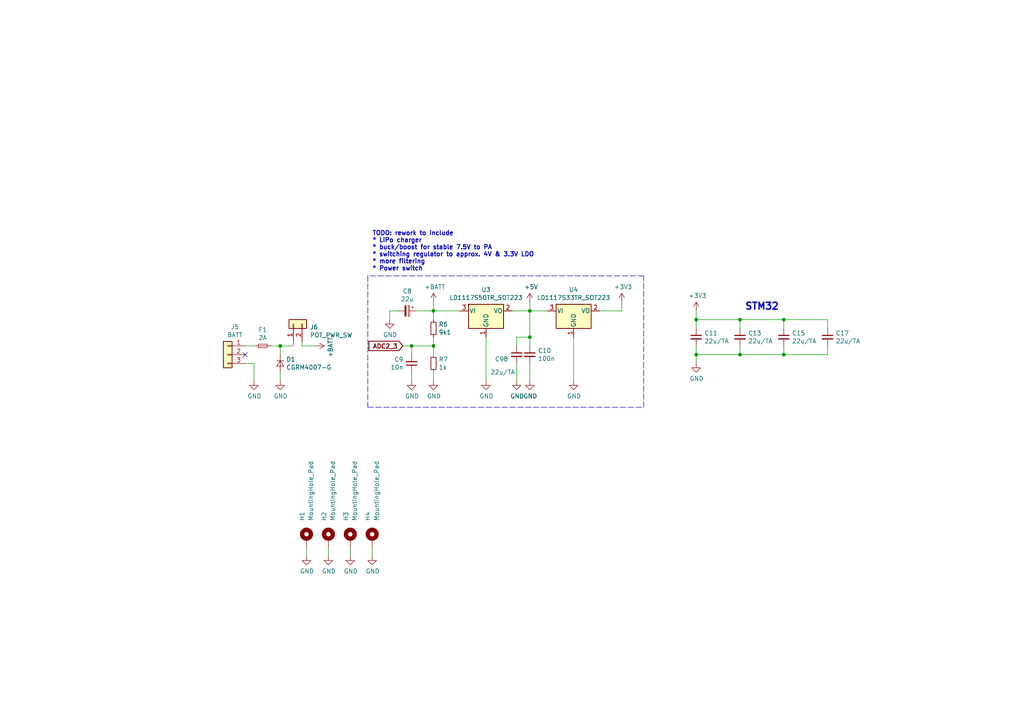
<source format=kicad_sch>
(kicad_sch (version 20211123) (generator eeschema)
  (paper "A4")
  (title_block (title "Power Supply") (comment 3 "Author: DB9MAT Mathis, SO3ALG Nikoloz, SP5WWP Wojciech") (comment 4 "TR-9 Open Source Digital Radio"))
  (lib_symbols
    (symbol "Mainboard-rescue:CP_Small-device" (pin_numbers hide) (pin_names (offset 0.254) hide)
      (property "Reference" "C" (at 0.254 1.778 0))
      (property "Value" "CP_Small-device" (at 0.254 -2.032 0))
      (symbol "CP_Small-device_0_1"
        (rectangle (start -1.524 -0.3048) (end 1.524 -0.6858) (fill (type outline)))
        (rectangle (start -1.524 0.6858) (end 1.524 0.3048))
        (polyline (pts (xy -1.27 1.524) (xy -0.762 1.524)))
        (polyline (pts (xy -1.016 1.27) (xy -1.016 1.778)))
      )
      (symbol "CP_Small-device_1_1"
        (pin passive line (at 0 2.54 270) (length 1.8542) (name "~") (number "1"))
        (pin passive line (at 0 -2.54 90) (length 1.8542) (name "~") (number "2"))
      )
    )
    (symbol "Mainboard-rescue:C_Small-device" (pin_numbers hide) (pin_names (offset 0.254) hide)
      (property "Reference" "C" (at 0.254 1.778 0))
      (property "Value" "C_Small-device" (at 0.254 -2.032 0))
      (symbol "C_Small-device_0_1"
        (polyline (pts (xy -1.524 -0.508) (xy 1.524 -0.508)) (stroke (width 0.3302)))
        (polyline (pts (xy -1.524 0.508) (xy 1.524 0.508)) (stroke (width 0.3048)))
      )
      (symbol "C_Small-device_1_1"
        (pin passive line (at 0 2.54 270) (length 2.032) (name "~") (number "1"))
        (pin passive line (at 0 -2.54 90) (length 2.032) (name "~") (number "2"))
      )
    )
    (symbol "Mainboard-rescue:Conn_01x02-Connector_Generic" (pin_names (offset 1.016) hide)
      (property "Reference" "J" (at 0 2.54 0))
      (property "Value" "Conn_01x02-Connector_Generic" (at 0 -5.08 0))
      (symbol "Conn_01x02-Connector_Generic_1_1"
        (rectangle (start -1.27 -2.413) (end 0 -2.667) (stroke (width 0.1524)))
        (rectangle (start -1.27 0.127) (end 0 -0.127) (stroke (width 0.1524)))
        (rectangle (start -1.27 1.27) (end 1.27 -3.81) (stroke (width 0.254)) (fill (type background)))
        (pin passive line (at -5.08 0 0) (length 3.81) (name "Pin_1") (number "1"))
        (pin passive line (at -5.08 -2.54 0) (length 3.81) (name "Pin_2") (number "2"))
      )
    )
    (symbol "Mainboard-rescue:Conn_01x03-conn" (pin_names (offset 1.016) hide)
      (property "Reference" "J" (at 0 5.08 0))
      (property "Value" "Conn_01x03-conn" (at 0 -5.08 0))
      (symbol "Conn_01x03-conn_1_1"
        (rectangle (start -1.27 -2.413) (end 0 -2.667) (stroke (width 0.1524)))
        (rectangle (start -1.27 0.127) (end 0 -0.127) (stroke (width 0.1524)))
        (rectangle (start -1.27 2.667) (end 0 2.413) (stroke (width 0.1524)))
        (rectangle (start -1.27 3.81) (end 1.27 -3.81) (stroke (width 0.254)) (fill (type background)))
        (pin passive line (at -5.08 2.54 0) (length 3.81) (name "Pin_1") (number "1"))
        (pin passive line (at -5.08 0 0) (length 3.81) (name "Pin_2") (number "2"))
        (pin passive line (at -5.08 -2.54 0) (length 3.81) (name "Pin_3") (number "3"))
      )
    )
    (symbol "Mainboard-rescue:D_Small-device" (pin_numbers hide) (pin_names (offset 0.254) hide)
      (property "Reference" "D" (at -1.27 2.032 0))
      (property "Value" "D_Small-device" (at -3.81 -2.032 0))
      (symbol "D_Small-device_0_1"
        (polyline (pts (xy -0.762 -1.016) (xy -0.762 1.016)))
        (polyline (pts (xy -0.762 0) (xy 0.762 0)))
        (polyline (pts (xy 0.762 -1.016) (xy -0.762 0) (xy 0.762 1.016) (xy 0.762 -1.016)))
      )
      (symbol "D_Small-device_1_1"
        (pin passive line (at -2.54 0 0) (length 1.778) (name "K") (number "1"))
        (pin passive line (at 2.54 0 180) (length 1.778) (name "A") (number "2"))
      )
    )
    (symbol "Mainboard-rescue:Fuse_Small-device" (pin_numbers hide) (pin_names (offset 0.254) hide)
      (property "Reference" "F" (at 0 -1.524 0))
      (property "Value" "Fuse_Small-device" (at 0 1.524 0))
      (symbol "Fuse_Small-device_0_1"
        (rectangle (start -1.27 0.508) (end 1.27 -0.508))
        (polyline (pts (xy -1.27 0) (xy 1.27 0)))
      )
      (symbol "Fuse_Small-device_1_1"
        (pin passive line (at -2.54 0 0) (length 1.27) (name "~") (number "1"))
        (pin passive line (at 2.54 0 180) (length 1.27) (name "~") (number "2"))
      )
    )
    (symbol "Mainboard-rescue:LD1117S33TR_SOT223-regul" (pin_names (offset 0.254))
      (property "Reference" "U" (at -3.81 3.175 0))
      (property "Value" "LD1117S33TR_SOT223-regul" (at 0 3.175 0))
      (symbol "LD1117S33TR_SOT223-regul_0_1"
        (rectangle (start -5.08 -5.08) (end 5.08 1.905) (stroke (width 0.254)) (fill (type background)))
      )
      (symbol "LD1117S33TR_SOT223-regul_1_1"
        (pin power_in line (at 0 -7.62 90) (length 2.54) (name "GND") (number "1"))
        (pin passive line (at 7.62 0 180) (length 2.54) (name "VO") (number "2"))
        (pin power_in line (at -7.62 0 0) (length 2.54) (name "VI") (number "3"))
      )
    )
    (symbol "Mainboard-rescue:LD1117S50TR_SOT223-regul" (pin_names (offset 0.254))
      (property "Reference" "U" (at -3.81 3.175 0))
      (property "Value" "LD1117S50TR_SOT223-regul" (at 0 3.175 0))
      (symbol "LD1117S50TR_SOT223-regul_0_1"
        (rectangle (start -5.08 -5.08) (end 5.08 1.905) (stroke (width 0.254)) (fill (type background)))
      )
      (symbol "LD1117S50TR_SOT223-regul_1_1"
        (pin power_in line (at 0 -7.62 90) (length 2.54) (name "GND") (number "1"))
        (pin passive line (at 7.62 0 180) (length 2.54) (name "VO") (number "2"))
        (pin power_in line (at -7.62 0 0) (length 2.54) (name "VI") (number "3"))
      )
    )
    (symbol "Mainboard-rescue:MountingHole_Pad-mechanical" (pin_numbers hide) (pin_names (offset 1.016) hide)
      (property "Reference" "H" (at 0 6.35 0))
      (property "Value" "MountingHole_Pad-mechanical" (at 0 4.445 0))
      (symbol "MountingHole_Pad-mechanical_0_1"
        (circle (center 0 1.27) (radius 1.27) (stroke (width 1.27)))
      )
      (symbol "MountingHole_Pad-mechanical_1_1"
        (pin input line (at 0 -2.54 90) (length 2.54) (name "1") (number "1"))
      )
    )
    (symbol "Mainboard-rescue:R_Small-device" (pin_numbers hide) (pin_names (offset 0.254) hide)
      (property "Reference" "R" (at 0.762 0.508 0))
      (property "Value" "R_Small-device" (at 0.762 -1.016 0))
      (symbol "R_Small-device_0_1"
        (rectangle (start -0.762 1.778) (end 0.762 -1.778) (stroke (width 0.2032)))
      )
      (symbol "R_Small-device_1_1"
        (pin passive line (at 0 2.54 270) (length 0.762) (name "~") (number "1"))
        (pin passive line (at 0 -2.54 90) (length 0.762) (name "~") (number "2"))
      )
    )
    (symbol "power:+3V3" (power) (pin_names (offset 0))
      (property "Value" "+3V3" (at 0 3.556 0))
      (symbol "+3V3_0_1"
        (polyline (pts (xy -0.762 1.27) (xy 0 2.54)))
        (polyline (pts (xy 0 0) (xy 0 2.54)))
        (polyline (pts (xy 0 2.54) (xy 0.762 1.27)))
      )
      (symbol "+3V3_1_1"
        (pin power_in line (at 0 0 90) (length 0) hide (name "+3V3") (number "1"))
      )
    )
    (symbol "power:+5V" (power) (pin_names (offset 0))
      (property "Value" "+5V" (at 0 3.556 0))
      (symbol "+5V_0_1"
        (polyline (pts (xy -0.762 1.27) (xy 0 2.54)))
        (polyline (pts (xy 0 0) (xy 0 2.54)))
        (polyline (pts (xy 0 2.54) (xy 0.762 1.27)))
      )
      (symbol "+5V_1_1"
        (pin power_in line (at 0 0 90) (length 0) hide (name "+5V") (number "1"))
      )
    )
    (symbol "power:+BATT" (power) (pin_names (offset 0))
      (property "Value" "+BATT" (at 0 3.556 0))
      (symbol "+BATT_0_1"
        (polyline (pts (xy -0.762 1.27) (xy 0 2.54)))
        (polyline (pts (xy 0 0) (xy 0 2.54)))
        (polyline (pts (xy 0 2.54) (xy 0.762 1.27)))
      )
      (symbol "+BATT_1_1"
        (pin power_in line (at 0 0 90) (length 0) hide (name "+BATT") (number "1"))
      )
    )
    (symbol "power:GND" (power) (pin_names (offset 0))
      (property "Value" "GND" (at 0 -3.81 0))
      (symbol "GND_0_1"
        (polyline (pts (xy 0 0) (xy 0 -1.27) (xy 1.27 -1.27) (xy 0 -2.54) (xy -1.27 -1.27) (xy 0 -1.27)))
      )
      (symbol "GND_1_1"
        (pin power_in line (at 0 0 270) (length 0) hide (name "GND") (number "1"))
      )
    )
  )
  (junction (at 214.63 102.87))
  (junction (at 119.38 100.33))
  (junction (at 214.63 92.71))
  (junction (at 125.73 90.17))
  (junction (at 153.67 90.17))
  (junction (at 227.33 92.71))
  (junction (at 125.73 100.33))
  (junction (at 201.93 92.71))
  (junction (at 227.33 102.87))
  (junction (at 153.67 97.79))
  (junction (at 201.93 102.87))
  (junction (at 81.28 100.33))
  (no_connect (at 71.12 102.87))
  (wire (pts (xy 125.73 100.33) (xy 119.38 100.33)))
  (wire (pts (xy 173.99 90.17) (xy 180.34 90.17)))
  (wire (pts (xy 214.63 92.71) (xy 214.63 95.25)))
  (wire (pts (xy 201.93 90.17) (xy 201.93 92.71)))
  (wire (pts (xy 227.33 92.71) (xy 227.33 95.25)))
  (wire (pts (xy 149.86 100.33) (xy 149.86 97.79)))
  (wire (pts (xy 125.73 100.33) (xy 125.73 102.87)))
  (wire (pts (xy 149.86 110.49) (xy 149.86 105.41)))
  (wire (pts (xy 71.12 100.33) (xy 73.66 100.33)))
  (wire (pts (xy 201.93 102.87) (xy 214.63 102.87)))
  (wire (pts (xy 153.67 97.79) (xy 153.67 100.33)))
  (wire (pts (xy 153.67 105.41) (xy 153.67 110.49)))
  (wire (pts (xy 180.34 90.17) (xy 180.34 87.63)))
  (wire (pts (xy 125.73 107.95) (xy 125.73 110.49)))
  (wire (pts (xy 125.73 87.63) (xy 125.73 90.17)))
  (wire (pts (xy 201.93 92.71) (xy 214.63 92.71)))
  (wire (pts (xy 214.63 92.71) (xy 227.33 92.71)))
  (wire (pts (xy 227.33 92.71) (xy 240.03 92.71)))
  (wire (pts (xy 148.59 90.17) (xy 153.67 90.17)))
  (wire (pts (xy 71.12 105.41) (xy 73.66 105.41)))
  (wire (pts (xy 101.6 158.75) (xy 101.6 161.29)))
  (wire (pts (xy 201.93 92.71) (xy 201.93 95.25)))
  (wire (pts (xy 153.67 90.17) (xy 153.67 87.63)))
  (wire (pts (xy 125.73 90.17) (xy 133.35 90.17)))
  (wire (pts (xy 214.63 102.87) (xy 227.33 102.87)))
  (wire (pts (xy 140.97 97.79) (xy 140.97 110.49)))
  (wire (pts (xy 227.33 102.87) (xy 240.03 102.87)))
  (wire (pts (xy 107.95 158.75) (xy 107.95 161.29)))
  (wire (pts (xy 201.93 102.87) (xy 201.93 105.41)))
  (wire (pts (xy 87.63 100.33) (xy 91.44 100.33)))
  (wire (pts (xy 81.28 100.33) (xy 81.28 102.87)))
  (wire (pts (xy 240.03 92.71) (xy 240.03 95.25)))
  (wire (pts (xy 125.73 90.17) (xy 125.73 92.71)))
  (wire (pts (xy 153.67 90.17) (xy 153.67 97.79)))
  (wire (pts (xy 119.38 100.33) (xy 119.38 102.87)))
  (wire (pts (xy 88.9 158.75) (xy 88.9 161.29)))
  (wire (pts (xy 119.38 107.95) (xy 119.38 110.49)))
  (wire (pts (xy 227.33 102.87) (xy 227.33 100.33)))
  (wire (pts (xy 201.93 100.33) (xy 201.93 102.87)))
  (wire (pts (xy 149.86 97.79) (xy 153.67 97.79)))
  (wire (pts (xy 87.63 100.33) (xy 87.63 99.06)))
  (polyline (pts (xy 186.69 118.11) (xy 186.69 80.01)))
  (wire (pts (xy 119.38 100.33) (xy 116.84 100.33)))
  (wire (pts (xy 153.67 90.17) (xy 158.75 90.17)))
  (wire (pts (xy 166.37 97.79) (xy 166.37 110.49)))
  (wire (pts (xy 73.66 105.41) (xy 73.66 110.49)))
  (wire (pts (xy 125.73 97.79) (xy 125.73 100.33)))
  (polyline (pts (xy 186.69 80.01) (xy 106.68 80.01)))
  (wire (pts (xy 95.25 158.75) (xy 95.25 161.29)))
  (wire (pts (xy 113.03 90.17) (xy 113.03 92.71)))
  (wire (pts (xy 78.74 100.33) (xy 81.28 100.33)))
  (polyline (pts (xy 106.68 80.01) (xy 106.68 118.11)))
  (wire (pts (xy 81.28 107.95) (xy 81.28 110.49)))
  (wire (pts (xy 115.57 90.17) (xy 113.03 90.17)))
  (wire (pts (xy 81.28 100.33) (xy 85.09 100.33)))
  (wire (pts (xy 214.63 102.87) (xy 214.63 100.33)))
  (wire (pts (xy 85.09 100.33) (xy 85.09 99.06)))
  (polyline (pts (xy 106.68 118.11) (xy 186.69 118.11)))
  (wire (pts (xy 120.65 90.17) (xy 125.73 90.17)))
  (wire (pts (xy 240.03 102.87) (xy 240.03 100.33)))
  (text "STM32" (at 226.06 90.17 180) (effects (font (size 2.0066 2.0066) (thickness 0.4013) bold) (justify right bottom)))
  (text "TODO: rework to include\n* LiPo charger\n* buck/boost for stable 7.5V to PA\n* switching regulator to approx. 4V & 3.3V LDO\n* more filtering\n* Power switch" (at 107.95 78.74 0) (effects (font (size 1.27 1.27) (thickness 0.254) bold) (justify left bottom)))
  (global_label "ADC2_3" (shape input) (at 116.84 100.33 180) (effects (font (thickness 0.254) bold)) (property "Intersheet References" "${INTERSHEET_REFS}" (effects hide)))
  (symbol (lib_id "Mainboard-rescue:Conn_01x03-conn") (at 66.04 102.87 0) (mirror y) (unit 1)
    (property "Reference" "J5" (at 68.1228 94.8182 0))
    (property "Value" "BATT" (at 68.1228 97.1296 0))
    (property "Footprint" "Connector_PinHeader_1.27mm:PinHeader_1x03_P1.27mm_Vertical" (effects hide))
  )
  (symbol (lib_id "Mainboard-rescue:Fuse_Small-device") (at 76.2 100.33 0) (unit 1)
    (property "Reference" "F1" (at 76.2 95.631 0))
    (property "Value" "2A" (at 76.2 97.9424 0))
    (property "Footprint" "Fuse:Fuse_1812_4532Metric" (effects hide))
  )
  (symbol (lib_id "power:+BATT") (at 91.44 100.33 270) (unit 1)
    (property "Reference" "#PWR037" (effects hide))
    (property "Value" "+BATT" (at 95.8342 100.711 0))
  )
  (symbol (lib_id "Mainboard-rescue:D_Small-device") (at 81.28 105.41 270) (unit 1)
    (property "Reference" "D1" (at 83.0072 104.2416 90) (effects (justify left)))
    (property "Value" "CGRM4007-G" (at 83.0072 106.553 90) (effects (justify left)))
    (property "Footprint" "Diode_SMD:D_SOD-123" (effects hide))
  )
  (symbol (lib_id "power:GND") (at 81.28 110.49 0) (unit 1)
    (property "Reference" "#PWR035" (effects hide))
    (property "Value" "GND" (at 81.407 114.8842 0))
  )
  (symbol (lib_id "power:GND") (at 73.66 110.49 0) (unit 1)
    (property "Reference" "#PWR033" (effects hide))
    (property "Value" "GND" (at 73.787 114.8842 0))
  )
  (symbol (lib_id "Mainboard-rescue:LD1117S33TR_SOT223-regul") (at 166.37 90.17 0) (unit 1)
    (property "Reference" "U4" (at 166.37 84.0232 0))
    (property "Value" "LD1117S33TR_SOT223" (at 166.37 86.3346 0))
    (property "Footprint" "Package_TO_SOT_SMD:SOT-223-3_TabPin2" (effects hide))
    (property "Datasheet" "http://www.st.com/st-web-ui/static/active/en/resource/technical/document/datasheet/CD00000544.pdf" (effects hide))
  )
  (symbol (lib_id "power:+3V3") (at 180.34 87.63 0) (unit 1)
    (property "Reference" "#PWR046" (effects hide))
    (property "Value" "+3V3" (at 180.721 83.2358 0))
  )
  (symbol (lib_id "power:+BATT") (at 125.73 87.63 0) (unit 1)
    (property "Reference" "#PWR040" (effects hide))
    (property "Value" "+BATT" (at 126.111 83.2358 0))
  )
  (symbol (lib_id "Mainboard-rescue:CP_Small-device") (at 118.11 90.17 270) (unit 1)
    (property "Reference" "C8" (at 118.11 84.455 90))
    (property "Value" "22u" (at 118.11 86.7664 90))
    (property "Footprint" "Capacitor_THT:CP_Radial_D4.0mm_P2.00mm" (effects hide))
    (property "Partno" "TAJA226K006RNJV" (effects hide))
    (property "Tolerance" "10" (effects hide))
    (property "Voltage" "25" (effects hide))
    (property "TempCoef" "ELEC" (effects hide))
  )
  (symbol (lib_id "power:GND") (at 113.03 92.71 0) (unit 1)
    (property "Reference" "#PWR038" (effects hide))
    (property "Value" "GND" (at 113.157 97.1042 0))
  )
  (symbol (lib_id "Mainboard-rescue:R_Small-device") (at 125.73 95.25 0) (unit 1)
    (property "Reference" "R6" (at 127.2286 94.0816 0) (effects (justify left)))
    (property "Value" "9k1" (at 127.2286 96.393 0) (effects (justify left)))
    (property "Footprint" "Resistor_SMD:R_0603_1608Metric" (effects hide))
    (property "Power" "0.125" (effects hide))
    (property "Tolerance" "5" (effects hide))
  )
  (symbol (lib_id "Mainboard-rescue:R_Small-device") (at 125.73 105.41 0) (unit 1)
    (property "Reference" "R7" (at 127.2286 104.2416 0) (effects (justify left)))
    (property "Value" "1k" (at 127.2286 106.553 0) (effects (justify left)))
    (property "Footprint" "Resistor_SMD:R_0603_1608Metric" (effects hide))
    (property "Power" "0.125" (effects hide))
    (property "Tolerance" "5" (effects hide))
  )
  (symbol (lib_id "power:GND") (at 125.73 110.49 0) (unit 1)
    (property "Reference" "#PWR041" (effects hide))
    (property "Value" "GND" (at 125.857 114.8842 0))
  )
  (symbol (lib_id "Mainboard-rescue:C_Small-device") (at 119.38 105.41 0) (mirror x) (unit 1)
    (property "Reference" "C9" (at 117.0432 104.2416 0) (effects (justify right)))
    (property "Value" "10n" (at 117.0432 106.553 0) (effects (justify right)))
    (property "Footprint" "Capacitor_SMD:C_0603_1608Metric" (effects hide))
    (property "Tolerance" "10" (effects hide))
    (property "Voltage" "50" (effects hide))
    (property "TempCoef" "X7R" (effects hide))
  )
  (symbol (lib_id "power:GND") (at 119.38 110.49 0) (unit 1)
    (property "Reference" "#PWR039" (effects hide))
    (property "Value" "GND" (at 119.507 114.8842 0))
  )
  (symbol (lib_id "power:GND") (at 166.37 110.49 0) (unit 1)
    (property "Reference" "#PWR045" (effects hide))
    (property "Value" "GND" (at 166.497 114.8842 0))
  )
  (symbol (lib_id "Mainboard-rescue:MountingHole_Pad-mechanical") (at 88.9 156.21 0) (unit 1)
    (property "Reference" "H1" (at 87.63 151.13 90) (effects (justify left)))
    (property "Value" "MountingHole_Pad" (at 90.17 151.13 90) (effects (justify left)))
    (property "Footprint" "MountingHole:MountingHole_2.2mm_M2_ISO14580_Pad" (effects hide))
  )
  (symbol (lib_id "Mainboard-rescue:MountingHole_Pad-mechanical") (at 95.25 156.21 0) (unit 1)
    (property "Reference" "H2" (at 93.98 151.13 90) (effects (justify left)))
    (property "Value" "MountingHole_Pad" (at 96.52 151.13 90) (effects (justify left)))
    (property "Footprint" "MountingHole:MountingHole_2.2mm_M2_ISO14580_Pad" (effects hide))
  )
  (symbol (lib_id "Mainboard-rescue:MountingHole_Pad-mechanical") (at 101.6 156.21 0) (unit 1)
    (property "Reference" "H3" (at 100.33 151.13 90) (effects (justify left)))
    (property "Value" "MountingHole_Pad" (at 102.87 151.13 90) (effects (justify left)))
    (property "Footprint" "MountingHole:MountingHole_2.2mm_M2_ISO14580_Pad" (effects hide))
  )
  (symbol (lib_id "Mainboard-rescue:MountingHole_Pad-mechanical") (at 107.95 156.21 0) (unit 1)
    (property "Reference" "H4" (at 106.68 151.13 90) (effects (justify left)))
    (property "Value" "MountingHole_Pad" (at 109.22 151.13 90) (effects (justify left)))
    (property "Footprint" "MountingHole:MountingHole_2.2mm_M2_ISO14580_Pad" (effects hide))
  )
  (symbol (lib_id "power:GND") (at 88.9 161.29 0) (unit 1)
    (property "Reference" "#PWR031" (effects hide))
    (property "Value" "GND" (at 89.027 165.6842 0))
  )
  (symbol (lib_id "power:GND") (at 95.25 161.29 0) (unit 1)
    (property "Reference" "#PWR032" (effects hide))
    (property "Value" "GND" (at 95.377 165.6842 0))
  )
  (symbol (lib_id "power:GND") (at 101.6 161.29 0) (unit 1)
    (property "Reference" "#PWR034" (effects hide))
    (property "Value" "GND" (at 101.727 165.6842 0))
  )
  (symbol (lib_id "power:GND") (at 107.95 161.29 0) (unit 1)
    (property "Reference" "#PWR036" (effects hide))
    (property "Value" "GND" (at 108.077 165.6842 0))
  )
  (symbol (lib_id "Mainboard-rescue:C_Small-device") (at 201.93 97.79 0) (unit 1)
    (property "Reference" "C11" (at 204.2668 96.6216 0) (effects (justify left)))
    (property "Value" "22u/TA" (at 204.2668 98.933 0) (effects (justify left)))
    (property "Footprint" "Capacitor_Tantalum_SMD:CP_EIA-3216-18_Kemet-A" (effects hide))
    (property "Partno" "TAJA226K006RNJV" (effects hide))
    (property "Tolerance" "10" (effects hide))
    (property "Voltage" "10" (effects hide))
    (property "TempCoef" "TANTAL" (effects hide))
  )
  (symbol (lib_id "Mainboard-rescue:C_Small-device") (at 214.63 97.79 0) (unit 1)
    (property "Reference" "C13" (at 216.9668 96.6216 0) (effects (justify left)))
    (property "Value" "22u/TA" (at 216.9668 98.933 0) (effects (justify left)))
    (property "Footprint" "Capacitor_Tantalum_SMD:CP_EIA-3216-18_Kemet-A" (effects hide))
    (property "Partno" "TAJA226K006RNJV" (effects hide))
    (property "Tolerance" "10" (effects hide))
    (property "Voltage" "10" (effects hide))
    (property "TempCoef" "TANTAL" (effects hide))
  )
  (symbol (lib_id "Mainboard-rescue:C_Small-device") (at 227.33 97.79 0) (unit 1)
    (property "Reference" "C15" (at 229.6668 96.6216 0) (effects (justify left)))
    (property "Value" "22u/TA" (at 229.6668 98.933 0) (effects (justify left)))
    (property "Footprint" "Capacitor_Tantalum_SMD:CP_EIA-3216-18_Kemet-A" (effects hide))
    (property "Partno" "TAJA226K006RNJV" (effects hide))
    (property "Tolerance" "10" (effects hide))
    (property "Voltage" "10" (effects hide))
    (property "TempCoef" "TANTAL" (effects hide))
  )
  (symbol (lib_id "Mainboard-rescue:C_Small-device") (at 240.03 97.79 0) (unit 1)
    (property "Reference" "C17" (at 242.3668 96.6216 0) (effects (justify left)))
    (property "Value" "22u/TA" (at 242.3668 98.933 0) (effects (justify left)))
    (property "Footprint" "Capacitor_Tantalum_SMD:CP_EIA-3216-18_Kemet-A" (effects hide))
    (property "Partno" "TAJA226K006RNJV" (effects hide))
    (property "Tolerance" "10" (effects hide))
    (property "Voltage" "10" (effects hide))
    (property "TempCoef" "TANTAL" (effects hide))
  )
  (symbol (lib_id "power:+3V3") (at 201.93 90.17 0) (unit 1)
    (property "Reference" "#PWR047" (effects hide))
    (property "Value" "+3V3" (at 202.311 85.7758 0))
  )
  (symbol (lib_id "power:GND") (at 201.93 105.41 0) (unit 1)
    (property "Reference" "#PWR048" (effects hide))
    (property "Value" "GND" (at 202.057 109.8042 0))
  )
  (symbol (lib_id "Mainboard-rescue:LD1117S50TR_SOT223-regul") (at 140.97 90.17 0) (unit 1)
    (property "Reference" "U3" (at 140.97 84.0232 0))
    (property "Value" "LD1117S50TR_SOT223" (at 140.97 86.3346 0))
    (property "Footprint" "Package_TO_SOT_SMD:SOT-223-3_TabPin2" (effects hide))
    (property "Datasheet" "http://www.st.com/st-web-ui/static/active/en/resource/technical/document/datasheet/CD00000544.pdf" (effects hide))
  )
  (symbol (lib_id "Mainboard-rescue:C_Small-device") (at 153.67 102.87 0) (unit 1)
    (property "Reference" "C10" (at 156.0068 101.7016 0) (effects (justify left)))
    (property "Value" "100n" (at 156.0068 104.013 0) (effects (justify left)))
    (property "Footprint" "Capacitor_SMD:C_0603_1608Metric" (effects hide))
    (property "Voltage" "50" (effects hide))
    (property "Tolerance" "10" (effects hide))
    (property "TempCoef" "X7R" (effects hide))
  )
  (symbol (lib_id "power:GND") (at 153.67 110.49 0) (unit 1)
    (property "Reference" "#PWR044" (effects hide))
    (property "Value" "GND" (at 153.797 114.8842 0))
  )
  (symbol (lib_id "power:GND") (at 140.97 110.49 0) (unit 1)
    (property "Reference" "#PWR042" (effects hide))
    (property "Value" "GND" (at 141.097 114.8842 0))
  )
  (symbol (lib_id "power:+5V") (at 153.67 87.63 0) (unit 1)
    (property "Reference" "#PWR043" (effects hide))
    (property "Value" "+5V" (at 154.051 83.2358 0))
  )
  (symbol (lib_id "Mainboard-rescue:Conn_01x02-Connector_Generic") (at 85.09 93.98 90) (unit 1)
    (property "Reference" "J6" (at 89.8652 94.8944 90) (effects (justify right)))
    (property "Value" "POT_PWR_SW" (at 89.8652 97.2058 90) (effects (justify right)))
    (property "Footprint" "Connector_PinHeader_1.27mm:PinHeader_1x02_P1.27mm_Vertical" (effects hide))
  )
  (symbol (lib_id "Mainboard-rescue:C_Small-device") (at 149.86 102.87 0) (unit 1)
    (property "Reference" "C98" (at 143.51 104.14 0) (effects (justify left)))
    (property "Value" "22u/TA" (at 142.24 107.95 0) (effects (justify left)))
    (property "Footprint" "Capacitor_Tantalum_SMD:CP_EIA-3216-18_Kemet-A" (effects hide))
    (property "Partno" "TAJA226K006RNJV" (effects hide))
    (property "Tolerance" "10" (effects hide))
    (property "Voltage" "10" (effects hide))
    (property "TempCoef" "TANTAL" (effects hide))
  )
  (symbol (lib_id "power:GND") (at 149.86 110.49 0) (unit 1)
    (property "Reference" "#PWR0180" (effects hide))
    (property "Value" "GND" (at 149.987 114.8842 0))
  )
)
</source>
